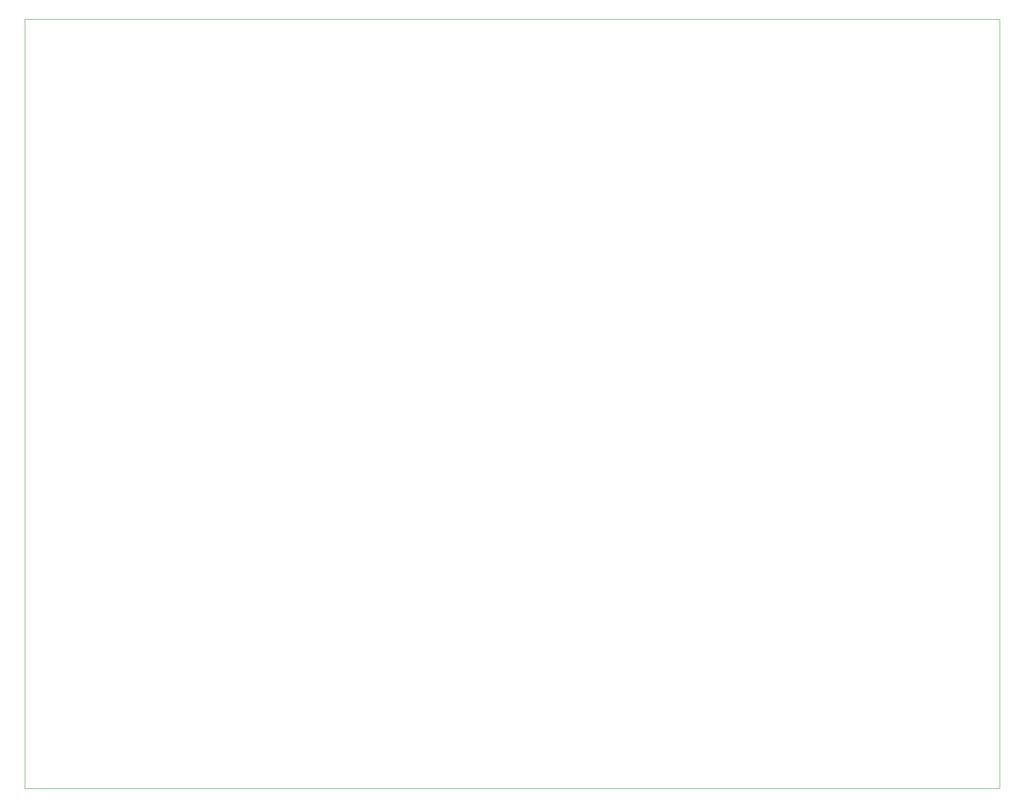
<source format=gbr>
%TF.GenerationSoftware,KiCad,Pcbnew,7.0.2*%
%TF.CreationDate,2023-04-18T11:23:10+09:00*%
%TF.ProjectId,autoharpie,6175746f-6861-4727-9069-652e6b696361,rev?*%
%TF.SameCoordinates,Original*%
%TF.FileFunction,Profile,NP*%
%FSLAX46Y46*%
G04 Gerber Fmt 4.6, Leading zero omitted, Abs format (unit mm)*
G04 Created by KiCad (PCBNEW 7.0.2) date 2023-04-18 11:23:10*
%MOMM*%
%LPD*%
G01*
G04 APERTURE LIST*
%TA.AperFunction,Profile*%
%ADD10C,0.100000*%
%TD*%
G04 APERTURE END LIST*
D10*
X12000000Y-12000000D02*
X202000000Y-12000000D01*
X202000000Y-162000000D01*
X12000000Y-162000000D01*
X12000000Y-12000000D01*
M02*

</source>
